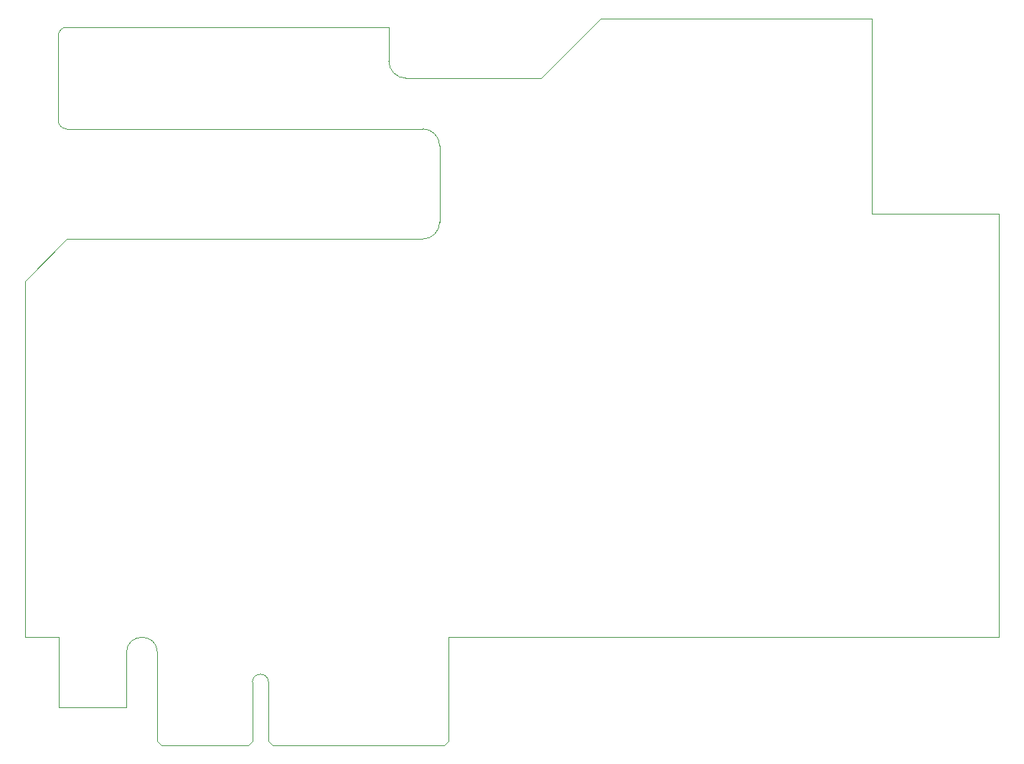
<source format=gbr>
%TF.GenerationSoftware,KiCad,Pcbnew,5.1.5*%
%TF.CreationDate,2020-03-19T15:27:56+01:00*%
%TF.ProjectId,PCIe-Adapter,50434965-2d41-4646-9170-7465722e6b69,rev?*%
%TF.SameCoordinates,Original*%
%TF.FileFunction,Profile,NP*%
%FSLAX46Y46*%
G04 Gerber Fmt 4.6, Leading zero omitted, Abs format (unit mm)*
G04 Created by KiCad (PCBNEW 5.1.5) date 2020-03-19 15:27:56*
%MOMM*%
%LPD*%
G04 APERTURE LIST*
%ADD10C,0.100000*%
G04 APERTURE END LIST*
D10*
X126650000Y-47150000D02*
X120650000Y-47150000D01*
X119650000Y-48150000D02*
G75*
G02X120651249Y-47148751I1001249J0D01*
G01*
X119650000Y-58150000D02*
X119650000Y-48150000D01*
X120650000Y-59150000D02*
G75*
G02X119650000Y-58150000I0J1000000D01*
G01*
X126650000Y-59150000D02*
X120650000Y-59150000D01*
X164650000Y-70150000D02*
G75*
G02X162650000Y-72150000I-2000000J0D01*
G01*
X160650000Y-53150000D02*
G75*
G02X158650000Y-51150000I0J2000000D01*
G01*
X162650000Y-59150000D02*
G75*
G02X164650000Y-61150000I0J-2000000D01*
G01*
X115700000Y-77100000D02*
X115700000Y-77150000D01*
X120650000Y-72150000D02*
X115700000Y-77100000D01*
X162650000Y-72150000D02*
X120650000Y-72150000D01*
X164650000Y-61150000D02*
X164650000Y-70150000D01*
X126650000Y-59150000D02*
X162650000Y-59150000D01*
X158650000Y-47150000D02*
X126650000Y-47150000D01*
X158650000Y-51150000D02*
X158650000Y-47150000D01*
X176650000Y-53150000D02*
X160650000Y-53150000D01*
X183650000Y-46150000D02*
X176650000Y-53150000D01*
X215650000Y-46150000D02*
X183650000Y-46150000D01*
X215650000Y-69150000D02*
X215650000Y-46150000D01*
X230650000Y-69150000D02*
X215650000Y-69150000D01*
X230650000Y-119150000D02*
X230650000Y-69150000D01*
X165650000Y-119150000D02*
X230650000Y-119150000D01*
X115700000Y-119150000D02*
X115700000Y-77150000D01*
X119700000Y-119150000D02*
X115700000Y-119150000D01*
X119700000Y-127400000D02*
X119700000Y-119150000D01*
X165650000Y-123510000D02*
X165650000Y-119150000D01*
X127700000Y-127400000D02*
X119700000Y-127400000D01*
X127700000Y-120975000D02*
X127700000Y-127400000D01*
X131350000Y-123510000D02*
X131350000Y-120975000D01*
X127700000Y-120975000D02*
G75*
G02X131350000Y-120975000I1825000J0D01*
G01*
X142550000Y-124460000D02*
G75*
G02X144450000Y-124460000I950000J0D01*
G01*
X165650000Y-131410000D02*
X165150000Y-131910000D01*
X144450000Y-131410000D02*
X144950000Y-131910000D01*
X142550000Y-131410000D02*
X142050000Y-131910000D01*
X131350000Y-131410000D02*
X131850000Y-131910000D01*
X144950000Y-131910000D02*
X165150000Y-131910000D01*
X165650000Y-123510000D02*
X165650000Y-131410000D01*
X131850000Y-131910000D02*
X142050000Y-131910000D01*
X131350000Y-123510000D02*
X131350000Y-131410000D01*
X144450000Y-124460000D02*
X144450000Y-131410000D01*
X142550000Y-124460000D02*
X142550000Y-131410000D01*
M02*

</source>
